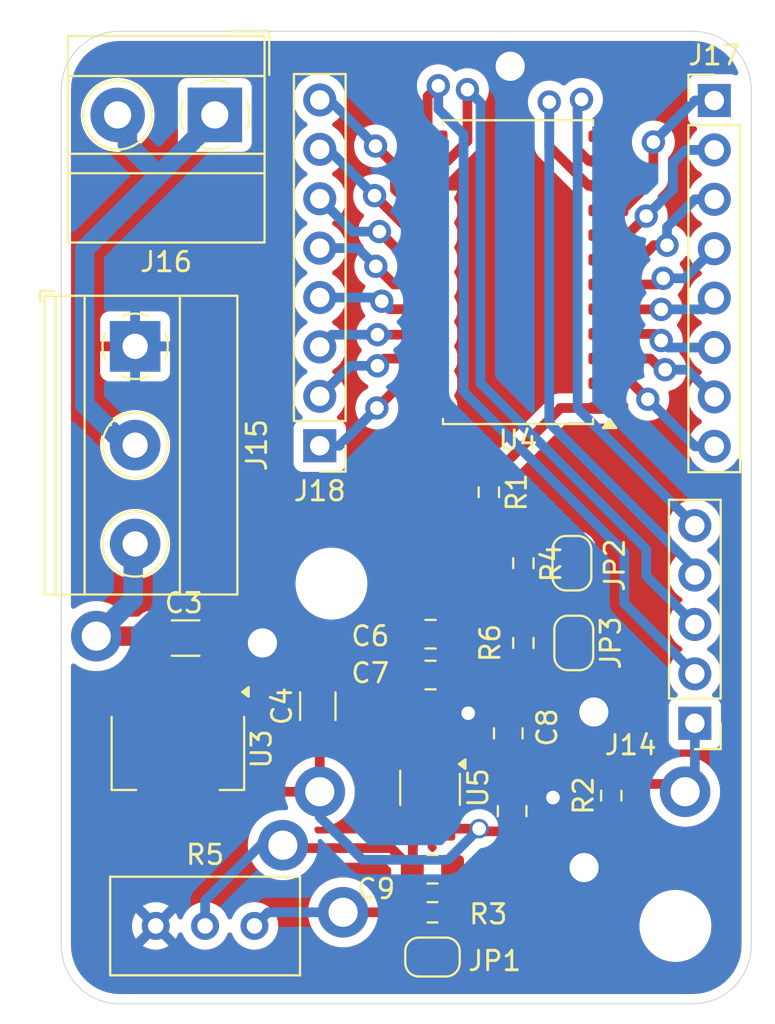
<source format=kicad_pcb>
(kicad_pcb (version 20240108) (generator "pcbnew") (generator_version "8.0")
  (layers (0 "F.Cu" signal) (31 "B.Cu" signal) (34 "B.Paste" user) (35 "F.Paste" user) (36 "B.SilkS" user "B.Silkscreen") (37 "F.SilkS" user "F.Silkscreen") (38 "B.Mask" user) (39 "F.Mask" user) (44 "Edge.Cuts" user))
  (net 0 "")
  (net 1 "+12V")
  (net 2 "GND")
  (net 3 "+5V")
  (net 4 "+3.3V")
  (net 5 "/MUX_1")
  (net 6 "/MUX_3")
  (net 7 "/MUX_0")
  (net 8 "/MUX_2")
  (net 9 "/Analog_0")
  (net 10 "Net-(U4-COM)")
  (net 11 "Net-(U5--)")
  (net 12 "Net-(JP1-B)")
  (net 13 "Net-(J18-Pin_7)")
  (net 14 "Net-(J18-Pin_8)")
  (net 15 "Net-(J18-Pin_2)")
  (net 16 "Net-(J18-Pin_4)")
  (net 17 "Net-(J18-Pin_1)")
  (net 18 "Net-(J18-Pin_5)")
  (net 19 "Net-(J18-Pin_6)")
  (net 20 "Net-(J18-Pin_3)")
  (net 21 "Net-(J17-Pin_2)")
  (net 22 "Net-(J17-Pin_4)")
  (net 23 "Net-(J17-Pin_5)")
  (net 24 "Net-(J17-Pin_3)")
  (net 25 "Net-(J17-Pin_7)")
  (net 26 "Net-(J17-Pin_8)")
  (net 27 "Net-(J17-Pin_1)")
  (net 28 "Net-(J17-Pin_6)")
  (net 29 "Net-(JP2-A)")
  (net 30 "Net-(JP2-B)")
  (footprint "Jumper:SolderJumper-2_P1.3mm_Bridged_RoundedPad1.0x1.5mm" (layer "F.Cu") (at 113.6 108.95 90)
    (property "Reference" "JP3" (at 0 1.9 90) (layer "F.SilkS"))
    (property "Value" "Solder _Bridge")
    (fp_poly (pts (xy 0.25 -0.3) (xy -0.25 -0.3) (xy -0.25 0.3) (xy 0.25 0.3)) (fill solid) (layer "F.Cu"))
    (pad "1" smd custom (at -0.65 0 90) (size 1 0.5) (layers "F.Cu" "F.Mask") (net 2 "GND") (options (clearance outline) (anchor rect)) (primitives (gr_circle (center 0 0.25) (end 0.5 0.25) (width 0) (fill yes)) (gr_circle (center 0 -0.25) (end 0.5 -0.25) (width 0) (fill yes)) (gr_poly (pts (xy 0.5 0.75) (xy 0 0.75) (xy 0 -0.75) (xy 0.5 -0.75)) (width 0) (fill yes))))
    (pad "2" smd custom (at 0.65 0 90) (size 1 0.5) (layers "F.Cu" "F.Mask") (net 29 "Net-(JP2-A)") (options (clearance outline) (anchor rect)) (primitives (gr_circle (center 0 0.25) (end 0.5 0.25) (width 0) (fill yes)) (gr_circle (center 0 -0.25) (end 0.5 -0.25) (width 0) (fill yes)) (gr_poly (pts (xy 0 0.75) (xy -0.5 0.75) (xy -0.5 -0.75) (xy 0 -0.75)) (width 0) (fill yes))))
  )
  (footprint "MountingHole:MountingHole_3.2mm_M3" (layer "F.Cu") (at 118.83 123.5)
    (property "Reference" "H4" (hide yes))
    (property "Value" "MountingHole")
    (pad "" np_thru_hole circle (at 0 0) (size 3.2 3.2) (drill 3.2) (layers "*.Cu" "*.Mask"))
  )
  (footprint "Resistor_SMD:R_0603_1608Metric_Pad0.98x0.95mm_HandSolder" (layer "F.Cu") (at 106.33 122.8 180)
    (property "Reference" "R3" (at -2.87 -0.1 180) (layer "F.SilkS"))
    (property "Value" "100k")
    (pad "1" smd roundrect (at -0.9125 0 180) (size 0.975 0.95) (layers "F.Cu" "F.Paste" "F.Mask") (net 9 "/Analog_0"))
    (pad "2" smd roundrect (at 0.9125 0 180) (size 0.975 0.95) (layers "F.Cu" "F.Paste" "F.Mask") (net 12 "Net-(JP1-B)"))
  )
  (footprint "TerminalBlock_MetzConnect:TerminalBlock_MetzConnect_Type011_RT05502HBWC_1x02_P5.00mm_Horizontal" (layer "F.Cu") (at 95.13 81.8 180)
    (property "Reference" "J16" (at 2.5 -7.56 0) (layer "F.SilkS"))
    (property "Value" "Screw_Terminal_01x02")
    (pad "1" thru_hole rect (at 0 0 180) (size 2.8 2.8) (drill 1.4) (layers "*.Cu" "*.Mask") (net 1 "+12V"))
    (pad "2" thru_hole circle (at 5 0 180) (size 2.8 2.8) (drill 1.4) (layers "*.Cu" "*.Mask") (net 1 "+12V"))
  )
  (footprint "Capacitor_SMD:C_0805_2012Metric_Pad1.18x1.45mm_HandSolder" (layer "F.Cu") (at 106.23 108.5)
    (property "Reference" "C6" (at -3.1 0.1 0) (layer "F.SilkS"))
    (property "Value" "10uF")
    (pad "1" smd roundrect (at -1.0375 0) (size 1.175 1.45) (layers "F.Cu" "F.Paste" "F.Mask") (roundrect_rratio 0.212766) (net 10 "Net-(U4-COM)"))
    (pad "2" smd roundrect (at 1.0375 0) (size 1.175 1.45) (layers "F.Cu" "F.Paste" "F.Mask") (roundrect_rratio 0.212766) (net 2 "GND"))
  )
  (footprint "Capacitor_SMD:C_1206_3216Metric" (layer "F.Cu") (at 100.43 112.2 90)
    (property "Reference" "C4" (at 0 -1.85 90) (layer "F.SilkS"))
    (property "Value" "10uF" (hide yes))
    (pad "1" smd roundrect (at -1.475 0 90) (size 1.15 1.8) (layers "F.Cu" "F.Paste" "F.Mask") (roundrect_rratio 0.217391) (net 4 "+3.3V"))
    (pad "2" smd roundrect (at 1.475 0 90) (size 1.15 1.8) (layers "F.Cu" "F.Paste" "F.Mask") (roundrect_rratio 0.217391) (net 2 "GND"))
  )
  (footprint "Resistor_SMD:R_0603_1608Metric_Pad0.98x0.95mm_HandSolder" (layer "F.Cu") (at 111.005 104.85 -90)
    (property "Reference" "R4" (at 0 -1.43 -90) (layer "F.SilkS"))
    (property "Value" "100k")
    (pad "1" smd roundrect (at -0.9125 0 270) (size 0.975 0.95) (layers "F.Cu" "F.Paste" "F.Mask") (net 30 "Net-(JP2-B)"))
    (pad "2" smd roundrect (at 0.9125 0 270) (size 0.975 0.95) (layers "F.Cu" "F.Paste" "F.Mask") (net 29 "Net-(JP2-A)"))
  )
  (footprint "Package_TO_SOT_SMD:SOT-223-3_TabPin2" (layer "F.Cu") (at 93.23 114.6 -90)
    (property "Reference" "U3" (at -0.2 -4.3 90) (layer "F.SilkS"))
    (property "Value" "AMS1117-3.3")
    (pad "1" smd roundrect (at -3.15 -2.3 270) (size 2 1.5) (layers "F.Cu" "F.Paste" "F.Mask") (net 2 "GND"))
    (pad "2" smd roundrect (at -3.15 0 270) (size 2 1.5) (layers "F.Cu" "F.Paste" "F.Mask") (net 4 "+3.3V"))
    (pad "2" smd roundrect (at 3.15 0 270) (size 2 3.8) (layers "F.Cu" "F.Paste" "F.Mask") (net 4 "+3.3V"))
    (pad "3" smd roundrect (at -3.15 2.3 270) (size 2 1.5) (layers "F.Cu" "F.Paste" "F.Mask") (net 3 "+5V"))
  )
  (footprint "Resistor_SMD:R_0603_1608Metric_Pad0.98x0.95mm_HandSolder" (layer "F.Cu") (at 109.23 101.2 -90)
    (property "Reference" "R1" (at 0 -1.43 -90) (layer "F.SilkS"))
    (property "Value" "100k")
    (pad "1" smd roundrect (at -0.9125 0 270) (size 0.975 0.95) (layers "F.Cu" "F.Paste" "F.Mask") (net 10 "Net-(U4-COM)"))
    (pad "2" smd roundrect (at 0.9125 0 270) (size 0.975 0.95) (layers "F.Cu" "F.Paste" "F.Mask") (net 30 "Net-(JP2-B)"))
  )
  (footprint "Connector_PinHeader_2.54mm:PinHeader_1x05_P2.54mm_Vertical" (layer "F.Cu") (at 119.83 113.08 180)
    (property "Reference" "J14" (at 3.3 -1.12 180) (layer "F.SilkS"))
    (property "Value" "Analog 0")
    (pad "1" thru_hole rect (at 0 0 180) (size 1.7 1.7) (drill 1) (layers "*.Cu" "*.Mask") (net 9 "/Analog_0"))
    (pad "2" thru_hole oval (at 0 2.54 180) (size 1.7 1.7) (drill 1) (layers "*.Cu" "*.Mask") (net 6 "/MUX_3"))
    (pad "3" thru_hole oval (at 0 5.08 180) (size 1.7 1.7) (drill 1) (layers "*.Cu" "*.Mask") (net 8 "/MUX_2"))
    (pad "4" thru_hole oval (at 0 7.62 180) (size 1.7 1.7) (drill 1) (layers "*.Cu" "*.Mask") (net 7 "/MUX_0"))
    (pad "5" thru_hole oval (at 0 10.16 180) (size 1.7 1.7) (drill 1) (layers "*.Cu" "*.Mask") (net 5 "/MUX_1"))
  )
  (footprint "Jumper:SolderJumper-2_P1.3mm_Bridged_RoundedPad1.0x1.5mm" (layer "F.Cu") (at 113.505 104.85 90)
    (property "Reference" "JP2" (at -0.1 2.2 90) (layer "F.SilkS"))
    (property "Value" "Solder _Bridge")
    (fp_poly (pts (xy 0.25 -0.3) (xy -0.25 -0.3) (xy -0.25 0.3) (xy 0.25 0.3)) (fill solid) (layer "F.Cu"))
    (pad "1" smd custom (at -0.65 0 90) (size 1 0.5) (layers "F.Cu" "F.Mask") (net 29 "Net-(JP2-A)") (options (clearance outline) (anchor rect)) (primitives (gr_circle (center 0 0.25) (end 0.5 0.25) (width 0) (fill yes)) (gr_circle (center 0 -0.25) (end 0.5 -0.25) (width 0) (fill yes)) (gr_poly (pts (xy 0.5 0.75) (xy 0 0.75) (xy 0 -0.75) (xy 0.5 -0.75)) (width 0) (fill yes))))
    (pad "2" smd custom (at 0.65 0 90) (size 1 0.5) (layers "F.Cu" "F.Mask") (net 30 "Net-(JP2-B)") (options (clearance outline) (anchor rect)) (primitives (gr_circle (center 0 0.25) (end 0.5 0.25) (width 0) (fill yes)) (gr_circle (center 0 -0.25) (end 0.5 -0.25) (width 0) (fill yes)) (gr_poly (pts (xy 0 0.75) (xy -0.5 0.75) (xy -0.5 -0.75) (xy 0 -0.75)) (width 0) (fill yes))))
  )
  (footprint "Resistor_SMD:R_0603_1608Metric_Pad0.98x0.95mm_HandSolder" (layer "F.Cu") (at 115.53 116.8 90)
    (property "Reference" "R2" (at 0 -1.43 90) (layer "F.SilkS"))
    (property "Value" "10k")
    (pad "1" smd roundrect (at -0.9125 0 90) (size 0.975 0.95) (layers "F.Cu" "F.Paste" "F.Mask") (net 2 "GND"))
    (pad "2" smd roundrect (at 0.9125 0 90) (size 0.975 0.95) (layers "F.Cu" "F.Paste" "F.Mask") (net 9 "/Analog_0"))
  )
  (footprint "Package_TO_SOT_SMD:TSOT-23-5_HandSoldering" (layer "F.Cu") (at 106.23 116.4 -90)
    (property "Reference" "U5" (at 0 -2.45 90) (layer "F.SilkS"))
    (property "Value" "OPA607Q1")
    (pad "1" smd roundrect (at -1.71 -0.95 270) (size 2 0.65) (layers "F.Cu" "F.Paste" "F.Mask") (net 9 "/Analog_0"))
    (pad "2" smd roundrect (at -1.71 0 270) (size 2 0.65) (layers "F.Cu" "F.Paste" "F.Mask") (net 2 "GND"))
    (pad "3" smd roundrect (at -1.71 0.95 270) (size 2 0.65) (layers "F.Cu" "F.Paste" "F.Mask") (net 10 "Net-(U4-COM)"))
    (pad "4" smd roundrect (at 1.71 0.95 270) (size 2 0.65) (layers "F.Cu" "F.Paste" "F.Mask") (net 11 "Net-(U5--)"))
    (pad "5" smd roundrect (at 1.71 -0.95 270) (size 2 0.65) (layers "F.Cu" "F.Paste" "F.Mask") (net 4 "+3.3V"))
  )
  (footprint "MountingHole:MountingHole_3.2mm_M3" (layer "F.Cu") (at 101.13 105.9)
    (property "Reference" "H5" (hide yes))
    (property "Value" "MountingHole")
    (pad "" np_thru_hole circle (at 0 0) (size 3.2 3.2) (drill 3.2) (layers "*.Cu" "*.Mask"))
  )
  (footprint "Connector_PinHeader_2.54mm:PinHeader_1x08_P2.54mm_Vertical" (layer "F.Cu") (at 120.83 81.06)
    (property "Reference" "J17" (at 0 -2.33 180) (layer "F.SilkS"))
    (property "Value" "Conn_01x08" (hide yes))
    (pad "1" thru_hole rect (at 0 0) (size 1.7 1.7) (drill 1) (layers "*.Cu" "*.Mask") (net 27 "Net-(J17-Pin_1)"))
    (pad "2" thru_hole oval (at 0 2.54) (size 1.7 1.7) (drill 1) (layers "*.Cu" "*.Mask") (net 21 "Net-(J17-Pin_2)"))
    (pad "3" thru_hole oval (at 0 5.08) (size 1.7 1.7) (drill 1) (layers "*.Cu" "*.Mask") (net 24 "Net-(J17-Pin_3)"))
    (pad "4" thru_hole oval (at 0 7.62) (size 1.7 1.7) (drill 1) (layers "*.Cu" "*.Mask") (net 22 "Net-(J17-Pin_4)"))
    (pad "5" thru_hole oval (at 0 10.16) (size 1.7 1.7) (drill 1) (layers "*.Cu" "*.Mask") (net 23 "Net-(J17-Pin_5)"))
    (pad "6" thru_hole oval (at 0 12.7) (size 1.7 1.7) (drill 1) (layers "*.Cu" "*.Mask") (net 28 "Net-(J17-Pin_6)"))
    (pad "7" thru_hole oval (at 0 15.24) (size 1.7 1.7) (drill 1) (layers "*.Cu" "*.Mask") (net 25 "Net-(J17-Pin_7)"))
    (pad "8" thru_hole oval (at 0 17.78) (size 1.7 1.7) (drill 1) (layers "*.Cu" "*.Mask") (net 26 "Net-(J17-Pin_8)"))
  )
  (footprint "Capacitor_SMD:C_0805_2012Metric_Pad1.18x1.45mm_HandSolder" (layer "F.Cu") (at 110.23 113.6 90)
    (property "Reference" "C8" (at 0.3 2 90) (layer "F.SilkS"))
    (property "Value" "10uF")
    (pad "1" smd roundrect (at -1.0375 0 90) (size 1.175 1.45) (layers "F.Cu" "F.Paste" "F.Mask") (roundrect_rratio 0.212766) (net 9 "/Analog_0"))
    (pad "2" smd roundrect (at 1.0375 0 90) (size 1.175 1.45) (layers "F.Cu" "F.Paste" "F.Mask") (roundrect_rratio 0.212766) (net 2 "GND"))
  )
  (footprint "Resistor_SMD:R_0603_1608Metric_Pad0.98x0.95mm_HandSolder" (layer "F.Cu") (at 111.005 108.95 -90)
    (property "Reference" "R6" (at 0 1.705 90) (layer "F.SilkS"))
    (property "Value" "100k")
    (pad "1" smd roundrect (at -0.9125 0 270) (size 0.975 0.95) (layers "F.Cu" "F.Paste" "F.Mask") (net 29 "Net-(JP2-A)"))
    (pad "2" smd roundrect (at 0.9125 0 270) (size 0.975 0.95) (layers "F.Cu" "F.Paste" "F.Mask") (net 2 "GND"))
  )
  (footprint "Connector_PinHeader_2.54mm:PinHeader_1x08_P2.54mm_Vertical" (layer "F.Cu") (at 100.53 98.81 180)
    (property "Reference" "J18" (at 0 -2.33 180) (layer "F.SilkS"))
    (property "Value" "Conn_01x08")
    (pad "1" thru_hole rect (at 0 0 180) (size 1.7 1.7) (drill 1) (layers "*.Cu" "*.Mask") (net 17 "Net-(J18-Pin_1)"))
    (pad "2" thru_hole oval (at 0 2.54 180) (size 1.7 1.7) (drill 1) (layers "*.Cu" "*.Mask") (net 15 "Net-(J18-Pin_2)"))
    (pad "3" thru_hole oval (at 0 5.08 180) (size 1.7 1.7) (drill 1) (layers "*.Cu" "*.Mask") (net 20 "Net-(J18-Pin_3)"))
    (pad "4" thru_hole oval (at 0 7.62 180) (size 1.7 1.7) (drill 1) (layers "*.Cu" "*.Mask") (net 16 "Net-(J18-Pin_4)"))
    (pad "5" thru_hole oval (at 0 10.16 180) (size 1.7 1.7) (drill 1) (layers "*.Cu" "*.Mask") (net 18 "Net-(J18-Pin_5)"))
    (pad "6" thru_hole oval (at 0 12.7 180) (size 1.7 1.7) (drill 1) (layers "*.Cu" "*.Mask") (net 19 "Net-(J18-Pin_6)"))
    (pad "7" thru_hole oval (at 0 15.24 180) (size 1.7 1.7) (drill 1) (layers "*.Cu" "*.Mask") (net 13 "Net-(J18-Pin_7)"))
    (pad "8" thru_hole oval (at 0 17.78 180) (size 1.7 1.7) (drill 1) (layers "*.Cu" "*.Mask") (net 14 "Net-(J18-Pin_8)"))
  )
  (footprint "TerminalBlock_Phoenix:TerminalBlock_Phoenix_MKDS-1,5-3-5.08_1x03_P5.08mm_Horizontal" (layer "F.Cu") (at 91.03 93.7 -90)
    (property "Reference" "J15" (at 5.08 -6.26 90) (layer "F.SilkS"))
    (property "Value" "Screw_Terminal_01x04")
    (pad "1" thru_hole rect (at 0 0 270) (size 2.6 2.6) (drill 1.3) (layers "*.Cu" "*.Mask") (net 2 "GND"))
    (pad "2" thru_hole circle (at 5.08 0 270) (size 2.6 2.6) (drill 1.3) (layers "*.Cu" "*.Mask") (net 1 "+12V"))
    (pad "3" thru_hole circle (at 10.16 0 270) (size 2.6 2.6) (drill 1.3) (layers "*.Cu" "*.Mask") (net 3 "+5V"))
  )
  (footprint "Potentiometer_THT:Potentiometer_Bourns_3296W_Vertical" (layer "F.Cu") (at 97.17 123.5)
    (property "Reference" "R5" (at -2.54 -3.66 0) (layer "F.SilkS"))
    (property "Value" "R_Trim")
    (pad "1" thru_hole circle (at 0 0) (size 1.44 1.44) (drill 0.8) (layers "*.Cu" "*.Mask") (net 12 "Net-(JP1-B)"))
    (pad "2" thru_hole circle (at -2.54 0) (size 1.44 1.44) (drill 0.8) (layers "*.Cu" "*.Mask") (net 11 "Net-(U5--)"))
    (pad "3" thru_hole circle (at -5.08 0) (size 1.44 1.44) (drill 0.8) (layers "*.Cu" "*.Mask") (net 2 "GND"))
  )
  (footprint "Package_SO:SOIC-24W_7.5x15.4mm_P1.27mm" (layer "F.Cu") (at 110.73 89.885 180)
    (property "Reference" "U4" (at 0 -8.65 0) (layer "F.SilkS"))
    (property "Value" "CD74HCT4067QM96Q")
    (pad "1" smd roundrect (at -4.65 -6.985 180) (size 2.05 0.6) (layers "F.Cu" "F.Paste" "F.Mask") (net 10 "Net-(U4-COM)"))
    (pad "2" smd roundrect (at -4.65 -5.715 180) (size 2.05 0.6) (layers "F.Cu" "F.Paste" "F.Mask") (net 26 "Net-(J17-Pin_8)"))
    (pad "3" smd roundrect (at -4.65 -4.445 180) (size 2.05 0.6) (layers "F.Cu" "F.Paste" "F.Mask") (net 25 "Net-(J17-Pin_7)"))
    (pad "4" smd roundrect (at -4.65 -3.175 180) (size 2.05 0.6) (layers "F.Cu" "F.Paste" "F.Mask") (net 28 "Net-(J17-Pin_6)"))
    (pad "5" smd roundrect (at -4.65 -1.905 180) (size 2.05 0.6) (layers "F.Cu" "F.Paste" "F.Mask") (net 23 "Net-(J17-Pin_5)"))
    (pad "6" smd roundrect (at -4.65 -0.635 180) (size 2.05 0.6) (layers "F.Cu" "F.Paste" "F.Mask") (net 22 "Net-(J17-Pin_4)"))
    (pad "7" smd roundrect (at -4.65 0.635 180) (size 2.05 0.6) (layers "F.Cu" "F.Paste" "F.Mask") (net 24 "Net-(J17-Pin_3)"))
    (pad "8" smd roundrect (at -4.65 1.905 180) (size 2.05 0.6) (layers "F.Cu" "F.Paste" "F.Mask") (net 21 "Net-(J17-Pin_2)"))
    (pad "9" smd roundrect (at -4.65 3.175 180) (size 2.05 0.6) (layers "F.Cu" "F.Paste" "F.Mask") (net 27 "Net-(J17-Pin_1)"))
    (pad "10" smd roundrect (at -4.65 4.445 180) (size 2.05 0.6) (layers "F.Cu" "F.Paste" "F.Mask") (net 7 "/MUX_0"))
    (pad "11" smd roundrect (at -4.65 5.715 180) (size 2.05 0.6) (layers "F.Cu" "F.Paste" "F.Mask") (net 5 "/MUX_1"))
    (pad "12" smd roundrect (at -4.65 6.985 180) (size 2.05 0.6) (layers "F.Cu" "F.Paste" "F.Mask") (net 2 "GND"))
    (pad "13" smd roundrect (at 4.65 6.985 180) (size 2.05 0.6) (layers "F.Cu" "F.Paste" "F.Mask") (net 6 "/MUX_3"))
    (pad "14" smd roundrect (at 4.65 5.715 180) (size 2.05 0.6) (layers "F.Cu" "F.Paste" "F.Mask") (net 8 "/MUX_2"))
    (pad "15" smd roundrect (at 4.65 4.445 180) (size 2.05 0.6) (layers "F.Cu" "F.Paste" "F.Mask") (net 2 "GND"))
    (pad "16" smd roundrect (at 4.65 3.175 180) (size 2.05 0.6) (layers "F.Cu" "F.Paste" "F.Mask") (net 14 "Net-(J18-Pin_8)"))
    (pad "17" smd roundrect (at 4.65 1.905 180) (size 2.05 0.6) (layers "F.Cu" "F.Paste" "F.Mask") (net 13 "Net-(J18-Pin_7)"))
    (pad "18" smd roundrect (at 4.65 0.635 180) (size 2.05 0.6) (layers "F.Cu" "F.Paste" "F.Mask") (net 19 "Net-(J18-Pin_6)"))
    (pad "19" smd roundrect (at 4.65 -0.635 180) (size 2.05 0.6) (layers "F.Cu" "F.Paste" "F.Mask") (net 18 "Net-(J18-Pin_5)"))
    (pad "20" smd roundrect (at 4.65 -1.905 180) (size 2.05 0.6) (layers "F.Cu" "F.Paste" "F.Mask") (net 16 "Net-(J18-Pin_4)"))
    (pad "21" smd roundrect (at 4.65 -3.175 180) (size 2.05 0.6) (layers "F.Cu" "F.Paste" "F.Mask") (net 20 "Net-(J18-Pin_3)"))
    (pad "22" smd roundrect (at 4.65 -4.445 180) (size 2.05 0.6) (layers "F.Cu" "F.Paste" "F.Mask") (net 15 "Net-(J18-Pin_2)"))
    (pad "23" smd roundrect (at 4.65 -5.715 180) (size 2.05 0.6) (layers "F.Cu" "F.Paste" "F.Mask") (net 17 "Net-(J18-Pin_1)"))
    (pad "24" smd roundrect (at 4.65 -6.985 180) (size 2.05 0.6) (layers "F.Cu" "F.Paste" "F.Mask") (net 3 "+5V"))
  )
  (footprint "Jumper:SolderJumper-2_P1.3mm_Bridged_RoundedPad1.0x1.5mm" (layer "F.Cu") (at 106.33 125.1 180)
    (property "Reference" "JP1" (at -3.2 -0.2 0) (layer "F.SilkS"))
    (property "Value" "Solder _Bridge")
    (fp_poly (pts (xy 0.25 -0.3) (xy -0.25 -0.3) (xy -0.25 0.3) (xy 0.25 0.3)) (fill solid) (layer "F.Cu"))
    (pad "1" smd custom (at -0.65 0 180) (size 1 0.5) (layers "F.Cu" "F.Mask") (net 9 "/Analog_0") (options (clearance outline) (anchor rect)) (primitives (gr_circle (center 0 0.25) (end 0.5 0.25) (width 0) (fill yes)) (gr_circle (center 0 -0.25) (end 0.5 -0.25) (width 0) (fill yes)) (gr_poly (pts (xy 0.5 0.75) (xy 0 0.75) (xy 0 -0.75) (xy 0.5 -0.75)) (width 0) (fill yes))))
    (pad "2" smd custom (at 0.65 0 180) (size 1 0.5) (layers "F.Cu" "F.Mask") (net 12 "Net-(JP1-B)") (options (clearance outline) (anchor rect)) (primitives (gr_circle (center 0 0.25) (end 0.5 0.25) (width 0) (fill yes)) (gr_circle (center 0 -0.25) (end 0.5 -0.25) (width 0) (fill yes)) (gr_poly (pts (xy 0 0.75) (xy -0.5 0.75) (xy -0.5 -0.75) (xy 0 -0.75)) (width 0) (fill yes))))
  )
  (footprint "Capacitor_SMD:C_1206_3216Metric" (layer "F.Cu") (at 93.63 108.7)
    (property "Reference" "C3" (at -0.1 -1.8 0) (layer "F.SilkS"))
    (property "Value" "10uF")
    (pad "1" smd roundrect (at -1.475 0) (size 1.15 1.8) (layers "F.Cu" "F.Paste" "F.Mask") (roundrect_rratio 0.217391) (net 3 "+5V"))
    (pad "2" smd roundrect (at 1.475 0) (size 1.15 1.8) (layers "F.Cu" "F.Paste" "F.Mask") (roundrect_rratio 0.217391) (net 2 "GND"))
  )
  (footprint "Capacitor_SMD:C_0805_2012Metric_Pad1.18x1.45mm_HandSolder" (layer "F.Cu") (at 110.43 117.6 -90)
    (property "Reference" "C5" (hide yes))
    (property "Value" "100nF")
    (pad "1" smd roundrect (at -1.0375 0 270) (size 1.175 1.45) (layers "F.Cu" "F.Paste" "F.Mask") (roundrect_rratio 0.212766) (net 2 "GND"))
    (pad "2" smd roundrect (at 1.0375 0 270) (size 1.175 1.45) (layers "F.Cu" "F.Paste" "F.Mask") (roundrect_rratio 0.212766) (net 4 "+3.3V"))
  )
  (footprint "Capacitor_SMD:C_0805_2012Metric_Pad1.18x1.45mm_HandSolder" (layer "F.Cu") (at 106.33 120.584886)
    (property "Reference" "C9" (at -2.9 1.015114 0) (layer "F.SilkS"))
    (property "Value" "1pF")
    (pad "1" smd roundrect (at -1.0375 0) (size 1.175 1.45) (layers "F.Cu" "F.Paste" "F.Mask") (roundrect_rratio 0.212766) (net 11 "Net-(U5--)"))
    (pad "2" smd roundrect (at 1.0375 0) (size 1.175 1.45) (layers "F.Cu" "F.Paste" "F.Mask") (roundrect_rratio 0.212766) (net 9 "/Analog_0"))
  )
  (footprint "Capacitor_SMD:C_0805_2012Metric_Pad1.18x1.45mm_HandSolder" (layer "F.Cu") (at 106.23 110.6)
    (property "Reference" "C7" (at -3.1 -0.1 0) (layer "F.SilkS"))
    (property "Value" "100nF")
    (pad "1" smd roundrect (at -1.0375 0) (size 1.175 1.45) (layers "F.Cu" "F.Paste" "F.Mask") (roundrect_rratio 0.212766) (net 10 "Net-(U4-COM)"))
    (pad "2" smd roundrect (at 1.0375 0) (size 1.175 1.45) (layers "F.Cu" "F.Paste" "F.Mask") (roundrect_rratio 0.212766) (net 2 "GND"))
  )
  (gr_line (start 90.23 77.5) (end 119.73 77.5) (stroke (width 0.05)) (layer "Edge.Cuts"))
  (gr_line (start 87.23 124.5) (end 87.23 80.5) (stroke (width 0.05)) (layer "Edge.Cuts"))
  (gr_arc (start 90.23 127.5) (mid 88.10868 126.62132) (end 87.23 124.5) (stroke (width 0.05)) (layer "Edge.Cuts"))
  (gr_arc (start 87.23 80.5) (mid 88.10868 78.37868) (end 90.23 77.5) (stroke (width 0.05)) (layer "Edge.Cuts"))
  (gr_line (start 122.73 80.5) (end 122.73 124.5) (stroke (width 0.05)) (layer "Edge.Cuts"))
  (gr_line (start 119.73 127.5) (end 90.23 127.5) (stroke (width 0.05)) (layer "Edge.Cuts"))
  (gr_arc (start 122.73 124.5) (mid 121.85132 126.62132) (end 119.73 127.5) (stroke (width 0.05)) (layer "Edge.Cuts"))
  (gr_arc (start 119.73 77.5) (mid 121.85132 78.37868) (end 122.73 80.5) (stroke (width 0.05)) (layer "Edge.Cuts"))
  (segment (start 90.63 83.3) (end 90.63 81.05) (width 1) (layer "B.Cu") (net 1))
  (segment (start 88.43 96.68) (end 88.43 88.7) (width 1) (layer "B.Cu") (net 1))
  (segment (start 95.63 81.5) (end 92.23 84.9) (width 1) (layer "B.Cu") (net 1))
  (segment (start 90.73 98.98) (end 88.43 96.68) (width 1) (layer "B.Cu") (net 1))
  (segment (start 88.43 88.7) (end 92.23 84.9) (width 1) (layer "B.Cu") (net 1))
  (segment (start 92.23 84.9) (end 90.63 83.3) (width 1) (layer "B.Cu") (net 1))
  (segment (start 98.655 108.95) (end 100.43 110.725) (width 0.5) (layer "F.Cu") (net 2))
  (segment (start 108.1675 112.5625) (end 110.33 112.5625) (width 0.5) (layer "F.Cu") (net 2))
  (segment (start 112.43 116.8) (end 112.1925 116.5625) (width 0.5) (layer "F.Cu") (net 2))
  (segment (start 108.1675 112.5625) (end 107.436792 112.5625) (width 0.5) (layer "F.Cu") (net 2))
  (segment (start 115 79.3) (end 115.7 80) (width 0.5) (layer "F.Cu") (net 2))
  (segment (start 111.005 110.35) (end 111.005 109.95) (width 0.5) (layer "F.Cu") (net 2))
  (segment (start 115.7 82.58) (end 115.38 82.9) (width 0.5) (layer "F.Cu") (net 2))
  (segment (start 111.355 109.6) (end 113.605 109.6) (width 0.5) (layer "F.Cu") (net 2))
  (segment (start 110.03 80.1) (end 110.03 82.514999) (width 0.5) (layer "F.Cu") (net 2))
  (segment (start 112.1925 116.5625) (end 110.43 116.5625) (width 0.5) (layer "F.Cu") (net 2))
  (segment (start 110.33 79.3) (end 115 79.3) (width 0.5) (layer "F.Cu") (net 2))
  (segment (start 115.53 119.1) (end 115.53 117.8) (width 0.5) (layer "F.Cu") (net 2))
  (segment (start 106.23 113.769292) (end 106.23 114.69) (width 0.5) (layer "F.Cu") (net 2))
  (segment (start 115.7 80) (end 115.7 82.58) (width 0.5) (layer "F.Cu") (net 2))
  (segment (start 111.005 109.95) (end 111.355 109.6) (width 0.5) (layer "F.Cu") (net 2))
  (segment (start 110.33 79.3) (end 110.33 79.8) (width 0.5) (layer "F.Cu") (net 2))
  (segment (start 97.33 108.7) (end 95.105 108.7) (width 0.5) (layer "F.Cu") (net 2))
  (segment (start 110.03 82.514999) (end 107.104999 85.44) (width 0.5) (layer "F.Cu") (net 2))
  (segment (start 113.155 112.5) (end 111.005 110.35) (width 0.5) (layer "F.Cu") (net 2))
  (segment (start 110.33 79.8) (end 110.03 80.1) (width 0.5) (layer "F.Cu") (net 2))
  (segment (start 108.1675 111.5) (end 107.2675 110.6) (width 0.5) (layer "F.Cu") (net 2))
  (segment (start 108.1675 112.5625) (end 108.1675 111.5) (width 0.5) (layer "F.Cu") (net 2))
  (segment (start 114.13 120.5) (end 115.53 119.1) (width 0.5) (layer "F.Cu") (net 2))
  (segment (start 97.58 108.95) (end 95.53 111) (width 0.5) (layer "F.Cu") (net 2))
  (segment (start 114.63 112.5) (end 113.155 112.5) (width 0.5) (layer "F.Cu") (net 2))
  (segment (start 107.104999 85.44) (end 106.08 85.44) (width 0.5) (layer "F.Cu") (net 2))
  (segment (start 97.58 108.95) (end 98.655 108.95) (width 0.5) (layer "F.Cu") (net 2))
  (segment (start 97.58 108.95) (end 97.33 108.7) (width 0.5) (layer "F.Cu") (net 2))
  (segment (start 107.436792 112.5625) (end 106.23 113.769292) (width 0.5) (layer "F.Cu") (net 2))
  (segment (start 107.2675 110.6) (end 107.2675 108.5) (width 0.5) (layer "F.Cu") (net 2))
  (via (at 108.1675 112.5625) (size 1.2) (drill 0.7) (layers "F.Cu" "B.Cu") (net 2))
  (via (at 114.13 120.5) (size 2.6) (drill 1.5) (layers "F.Cu" "B.Cu") (net 2))
  (via (at 110.33 79.3) (size 2.6) (drill 1.5) (layers "F.Cu" "B.Cu") (net 2))
  (via (at 114.63 112.5) (size 2.6) (drill 1.5) (layers "F.Cu" "B.Cu") (net 2))
  (via (at 97.58 108.95) (size 2.6) (drill 1.5) (layers "F.Cu" "B.Cu") (net 2))
  (via (at 112.53 116.9) (size 1) (drill 0.7) (layers "F.Cu" "B.Cu") (net 2))
  (segment (start 92.155 108.7) (end 98.755 102.1) (width 0.5) (layer "F.Cu") (net 3))
  (segment (start 104 102.1) (end 106.08 100.02) (width 0.5) (layer "F.Cu") (net 3))
  (segment (start 106.08 100.02) (end 106.08 96.87) (width 0.5) (layer "F.Cu") (net 3))
  (segment (start 98.755 102.1) (end 104 102.1) (width 0.5) (layer "F.Cu") (net 3))
  (segment (start 92.055 108.6) (end 89.03 108.6) (width 1) (layer "F.Cu") (net 3))
  (segment (start 90.93 109.925) (end 92.155 108.7) (width 1) (layer "F.Cu") (net 3))
  (segment (start 92.155 108.7) (end 92.055 108.6) (width 1) (layer "F.Cu") (net 3))
  (segment (start 90.93 111.45) (end 90.93 109.925) (width 1) (layer "F.Cu") (net 3))
  (via (at 89.03 108.6) (size 2.6) (drill 1.5) (layers "F.Cu" "B.Cu") (net 3))
  (segment (start 90.93 106.7) (end 90.93 104.26) (width 1) (layer "B.Cu") (net 3))
  (segment (start 89.03 108.6) (end 90.93 106.7) (width 1) (layer "B.Cu") (net 3))
  (segment (start 108.73 118.5) (end 108.8675 118.6375) (width 0.5) (layer "F.Cu") (net 4))
  (segment (start 100.53 115.7) (end 100.53 113.775) (width 0.5) (layer "F.Cu") (net 4))
  (segment (start 108.73 118.5) (end 107.57 118.5) (width 0.5) (layer "F.Cu") (net 4))
  (segment (start 93.23 111.45) (end 93.23 117.75) (width 0.5) (layer "F.Cu") (net 4))
  (segment (start 107.57 118.5) (end 107.18 118.11) (width 0.5) (layer "F.Cu") (net 4))
  (segment (start 94.38 116.6) (end 93.38 117.6) (width 0.5) (layer "F.Cu") (net 4))
  (segment (start 108.8675 118.6375) (end 110.43 118.6375) (width 0.5) (layer "F.Cu") (net 4))
  (segment (start 100.53 116.6) (end 100.53 115.7) (width 0.5) (layer "F.Cu") (net 4))
  (segment (start 100.53 116.6) (end 94.38 116.6) (width 0.5) (layer "F.Cu") (net 4))
  (via (at 100.53 116.6) (size 2.6) (drill 1.5) (layers "F.Cu" "B.Cu") (net 4))
  (via (at 108.73 118.5) (size 1) (drill 0.7) (layers "F.Cu" "B.Cu") (net 4))
  (segment (start 108.73 118.5) (end 107.13 120.1) (width 0.5) (layer "B.Cu") (net 4))
  (segment (start 107.13 120.1) (end 102.73 120.1) (width 0.5) (layer "B.Cu") (net 4))
  (segment (start 100.53 117.9) (end 100.53 116.6) (width 0.5) (layer "B.Cu") (net 4))
  (segment (start 102.73 120.1) (end 100.53 117.9) (width 0.5) (layer "B.Cu") (net 4))
  (segment (start 114.37 84.17) (end 114.984448 84.17) (width 0.5) (layer "F.Cu") (net 5))
  (segment (start 113.794532 81.205468) (end 113.794532 83.594532) (width 0.5) (layer "F.Cu") (net 5))
  (segment (start 114 81) (end 113.794532 81.205468) (width 0.5) (layer "F.Cu") (net 5))
  (segment (start 113.794532 83.594532) (end 114.37 84.17) (width 0.5) (layer "F.Cu") (net 5))
  (via (at 114 81) (size 1.2) (drill 0.7) (layers "F.Cu" "B.Cu") (net 5))
  (segment (start 114 81) (end 113.8 81.2) (width 0.5) (layer "B.Cu") (net 5))
  (segment (start 113.8 81.2) (end 113.8 96.89) (width 0.5) (layer "B.Cu") (net 5))
  (segment (start 113.8 96.89) (end 119.83 102.92) (width 0.5) (layer "B.Cu") (net 5))
  (segment (start 106.63 80.3) (end 106.08 80.85) (width 0.5) (layer "F.Cu") (net 6))
  (segment (start 106.08 80.85) (end 106.08 82.9) (width 0.5) (layer "F.Cu") (net 6))
  (via (at 106.63 80.3) (size 1.2) (drill 0.7) (layers "F.Cu" "B.Cu") (net 6))
  (segment (start 106.63 81.5) (end 107.93 82.8) (width 0.5) (layer "B.Cu") (net 6))
  (segment (start 116.2 106.91) (end 119.83 110.54) (width 0.5) (layer "B.Cu") (net 6))
  (segment (start 107.93 82.8) (end 107.93 96.03) (width 0.5) (layer "B.Cu") (net 6))
  (segment (start 116.2 104.3) (end 116.2 106.91) (width 0.5) (layer "B.Cu") (net 6))
  (segment (start 106.63 80.3) (end 106.63 81.5) (width 0.5) (layer "B.Cu") (net 6))
  (segment (start 107.93 96.03) (end 116.2 104.3) (width 0.5) (layer "B.Cu") (net 6))
  (segment (start 112.337927 81.139298) (end 112.337927 83.422926) (width 0.5) (layer "F.Cu") (net 7))
  (segment (start 114.355001 85.44) (end 115.38 85.44) (width 0.5) (layer "F.Cu") (net 7))
  (segment (start 112.337927 83.422926) (end 114.355001 85.44) (width 0.5) (layer "F.Cu") (net 7))
  (via (at 112.337927 81.139298) (size 1.2) (drill 0.7) (layers "F.Cu" "B.Cu") (net 7))
  (segment (start 112.337927 81.139298) (end 112.337927 97.637927) (width 0.5) (layer "B.Cu") (net 7))
  (segment (start 112.337927 97.637927) (end 119.83 105.13) (width 0.5) (layer "B.Cu") (net 7))
  (segment (start 119.83 105.13) (end 119.83 105.46) (width 0.5) (layer "B.Cu") (net 7))
  (segment (start 108.13 83.144999) (end 107.104999 84.17) (width 0.5) (layer "F.Cu") (net 8))
  (segment (start 108.13 80.5) (end 108.13 83.144999) (width 0.5) (layer "F.Cu") (net 8))
  (segment (start 107.104999 84.17) (end 106.08 84.17) (width 0.5) (layer "F.Cu") (net 8))
  (via (at 108.13 80.5) (size 1.2) (drill 0.7) (layers "F.Cu" "B.Cu") (net 8))
  (segment (start 108.13 80.5) (end 108.8 81.17) (width 0.5) (layer "B.Cu") (net 8))
  (segment (start 108.8 95.6) (end 117.33 104.13) (width 0.5) (layer "B.Cu") (net 8))
  (segment (start 117.33 104.13) (end 117.33 105.5) (width 0.5) (layer "B.Cu") (net 8))
  (segment (start 117.33 105.5) (end 119.83 108) (width 0.5) (layer "B.Cu") (net 8))
  (segment (start 108.8 81.17) (end 108.8 95.6) (width 0.5) (layer "B.Cu") (net 8))
  (segment (start 119.33 116.6) (end 118.93 116.2) (width 0.5) (layer "F.Cu") (net 9))
  (segment (start 114.3325 114.69) (end 115.53 115.8875) (width 0.5) (layer "F.Cu") (net 9))
  (segment (start 107.18 114.69) (end 114.3325 114.69) (width 0.5) (layer "F.Cu") (net 9))
  (segment (start 110.03 120.584886) (end 109.545114 120.584886) (width 0.5) (layer "F.Cu") (net 9))
  (segment (start 107.394209 120.584886) (end 110.832614 120.584886) (width 0.5) (layer "F.Cu") (net 9))
  (segment (start 110.832614 120.584886) (end 115.53 115.8875) (width 0.5) (layer "F.Cu") (net 9))
  (segment (start 109.545114 120.584886) (end 107.33 122.8) (width 0.5) (layer "F.Cu") (net 9))
  (segment (start 107.33 122.8) (end 107.33 124.75) (width 0.5) (layer "F.Cu") (net 9))
  (segment (start 118.93 116.2) (end 115.8425 116.2) (width 0.5) (layer "F.Cu") (net 9))
  (segment (start 107.33 124.75) (end 106.98 125.1) (width 0.5) (layer "F.Cu") (net 9))
  (segment (start 115.8425 116.2) (end 115.53 115.8875) (width 0.5) (layer "F.Cu") (net 9))
  (via (at 119.33 116.6) (size 2.6) (drill 1.5) (layers "F.Cu" "B.Cu") (net 9))
  (segment (start 119.83 116.1) (end 119.83 113.08) (width 0.5) (layer "B.Cu") (net 9))
  (segment (start 119.33 116.6) (end 119.83 116.1) (width 0.5) (layer "B.Cu") (net 9))
  (segment (start 108.33 100.2) (end 105.28 103.25) (width 0.5) (layer "F.Cu") (net 10))
  (segment (start 115.38 96.87) (end 112.892854 96.87) (width 0.5) (layer "F.Cu") (net 10))
  (segment (start 109.6 100.2) (end 108.33 100.2) (width 0.5) (layer "F.Cu") (net 10))
  (segment (start 112.93 96.87) (end 109.6 100.2) (width 0.5) (layer "F.Cu") (net 10))
  (segment (start 105.28 103.25) (end 105.28 114.69) (width 0.5) (layer "F.Cu") (net 10))
  (segment (start 105.33 119.4) (end 105.319209 119.410791) (width 0.5) (layer "F.Cu") (net 11))
  (segment (start 98.63 119.35) (end 98.78 119.5) (width 0.5) (layer "F.Cu") (net 11))
  (segment (start 98.78 119.5) (end 104.207614 119.5) (width 0.5) (layer "F.Cu") (net 11))
  (segment (start 105.33 118.16) (end 105.33 119.4) (width 0.5) (layer "F.Cu") (net 11))
  (segment (start 105.319209 119.410791) (end 105.319209 120.584886) (width 0.5) (layer "F.Cu") (net 11))
  (segment (start 104.207614 119.5) (end 105.2925 120.584886) (width 0.5) (layer "F.Cu") (net 11))
  (via (at 98.63 119.35) (size 2.6) (drill 1.5) (layers "F.Cu" "B.Cu") (net 11))
  (segment (start 97.48 119.35) (end 94.63 122.2) (width 0.5) (layer "B.Cu") (net 11))
  (segment (start 98.63 119.35) (end 97.48 119.35) (width 0.5) (layer "B.Cu") (net 11))
  (segment (start 94.63 122.2) (end 94.63 123.5) (width 0.5) (layer "B.Cu") (net 11))
  (segment (start 105.4 122.8175) (end 105.4175 122.8) (width 0.5) (layer "F.Cu") (net 12))
  (segment (start 105.68 125.1) (end 105.4 124.82) (width 0.5) (layer "F.Cu") (net 12))
  (segment (start 105.4 124.82) (end 105.4 122.8175) (width 0.5) (layer "F.Cu") (net 12))
  (segment (start 105.33 122.8) (end 101.73 122.8) (width 0.5) (layer "F.Cu") (net 12))
  (via (at 101.73 122.8) (size 2.6) (drill 1.5) (layers "F.Cu" "B.Cu") (net 12))
  (segment (start 97.87 122.8) (end 97.17 123.5) (width 0.5) (layer "B.Cu") (net 12))
  (segment (start 101.73 122.8) (end 97.87 122.8) (width 0.5) (layer "B.Cu") (net 12))
  (segment (start 105.38 87.98) (end 105.61 87.98) (width 0.5) (layer "F.Cu") (net 13))
  (segment (start 103.35 85.95) (end 105.38 87.98) (width 0.5) (layer "F.Cu") (net 13))
  (via (at 103.35 85.95) (size 1.2) (drill 0.7) (layers "F.Cu" "B.Cu") (net 13))
  (segment (start 103.35 85.95) (end 100.97 83.57) (width 0.5) (layer "B.Cu") (net 13))
  (segment (start 100.97 83.57) (end 100.53 83.57) (width 0.5) (layer "B.Cu") (net 13))
  (segment (start 105.472316 86.71) (end 105.595 86.71) (width 0.5) (layer "F.Cu") (net 14))
  (segment (start 103.4 83.4) (end 104.4 84.4) (width 0.5) (layer "F.Cu") (net 14))
  (segment (start 104.4 84.4) (end 104.4 85.637684) (width 0.5) (layer "F.Cu") (net 14))
  (segment (start 104.4 85.637684) (end 105.472316 86.71) (width 0.5) (layer "F.Cu") (net 14))
  (via (at 103.4 83.4) (size 1.2) (drill 0.7) (layers "F.Cu" "B.Cu") (net 14))
  (segment (start 103.4 83.4) (end 101.03 81.03) (width 0.5) (layer "B.Cu") (net 14))
  (segment (start 101.03 81.03) (end 100.53 81.03) (width 0.5) (layer "B.Cu") (net 14))
  (segment (start 103.5 94.7) (end 103.87 94.33) (width 0.5) (layer "F.Cu") (net 15))
  (segment (start 103.87 94.33) (end 106.08 94.33) (width 0.5) (layer "F.Cu") (net 15))
  (via (at 103.5 94.7) (size 1.2) (drill 0.7) (layers "F.Cu" "B.Cu") (net 15))
  (segment (start 102.1 94.7) (end 100.53 96.27) (width 0.5) (layer "B.Cu") (net 15))
  (segment (start 103.5 94.7) (end 102.1 94.7) (width 0.5) (layer "B.Cu") (net 15))
  (segment (start 104.12 91.79) (end 104.075 91.745) (width 0.5) (layer "F.Cu") (net 16))
  (segment (start 106.08 91.79) (end 104.12 91.79) (width 0.5) (layer "F.Cu") (net 16))
  (via (at 103.72 91.38) (size 1.2) (drill 0.7) (layers "F.Cu" "B.Cu") (net 16))
  (segment (start 104.075 91.745) (end 104.075 91.735) (width 0.5) (layer "B.Cu") (net 16))
  (segment (start 104.075 91.735) (end 103.53 91.19) (width 0.5) (layer "B.Cu") (net 16))
  (segment (start 103.53 91.19) (end 100.53 91.19) (width 0.5) (layer "B.Cu") (net 16))
  (segment (start 104.74 95.6) (end 106.08 95.6) (width 0.5) (layer "F.Cu") (net 17))
  (segment (start 103.47 96.87) (end 104.74 95.6) (width 0.5) (layer "F.Cu") (net 17))
  (via (at 103.47 96.87) (size 1.2) (drill 0.7) (layers "F.Cu" "B.Cu") (net 17))
  (segment (start 101.53 98.81) (end 100.53 98.81) (width 0.5) (layer "B.Cu") (net 17))
  (segment (start 103.47 96.87) (end 101.53 98.81) (width 0.5) (layer "B.Cu") (net 17))
  (segment (start 104.35 90.52) (end 103.415 89.585) (width 0.5) (layer "F.Cu") (net 18))
  (segment (start 106.08 90.52) (end 104.35 90.52) (width 0.5) (layer "F.Cu") (net 18))
  (via (at 103.415 89.585) (size 1.2) (drill 0.7) (layers "F.Cu" "B.Cu") (net 18))
  (segment (start 103.415 89.585) (end 102.48 88.65) (width 0.5) (layer "B.Cu") (net 18))
  (segment (start 102.48 88.65) (end 100.53 88.65) (width 0.5) (layer "B.Cu") (net 18))
  (segment (start 103.6 87.8) (end 105.05 89.25) (width 0.5) (layer "F.Cu") (net 19))
  (segment (start 105.05 89.25) (end 106.08 89.25) (width 0.5) (layer "F.Cu") (net 19))
  (via (at 103.6 87.8) (size 1.2) (drill 0.7) (layers "F.Cu" "B.Cu") (net 19))
  (segment (start 100.53 86.11) (end 102.22 87.8) (width 0.5) (layer "B.Cu") (net 19))
  (segment (start 102.22 87.8) (end 103.6 87.8) (width 0.5) (layer "B.Cu") (net 19))
  (segment (start 104.03 93.1) (end 106.04 93.1) (width 0.5) (layer "F.Cu") (net 20))
  (via (at 103.5 93.1) (size 1.2) (drill 0.7) (layers "F.Cu" "B.Cu") (net 20))
  (segment (start 100.53 93.73) (end 101.16 93.1) (width 0.5) (layer "B.Cu") (net 20))
  (segment (start 101.16 93.1) (end 104.03 93.1) (width 0.5) (layer "B.Cu") (net 20))
  (segment (start 116.35 87.98) (end 115.38 87.98) (width 0.5) (layer "F.Cu") (net 21))
  (segment (start 117.33 87) (end 116.35 87.98) (width 0.5) (layer "F.Cu") (net 21))
  (via (at 117.33 87) (size 1.2) (drill 0.7) (layers "F.Cu" "B.Cu") (net 21))
  (segment (start 118.7 85.63) (end 118.7 84.245075) (width 0.5) (layer "B.Cu") (net 21))
  (segment (start 119.345075 83.6) (end 120.83 83.6) (width 0.5) (layer "B.Cu") (net 21))
  (segment (start 118.7 84.245075) (end 119.345075 83.6) (width 0.5) (layer "B.Cu") (net 21))
  (segment (start 117.33 87) (end 118.7 85.63) (width 0.5) (layer "B.Cu") (net 21))
  (segment (start 118.2 90.2) (end 117.88 90.52) (width 0.5) (layer "F.Cu") (net 22))
  (segment (start 117.88 90.52) (end 115.38 90.52) (width 0.5) (layer "F.Cu") (net 22))
  (via (at 118.2 90.2) (size 1.2) (drill 0.7) (layers "F.Cu" "B.Cu") (net 22))
  (segment (start 118.2 90.2) (end 119.31 90.2) (width 0.5) (layer "B.Cu") (net 22))
  (segment (start 119.31 90.2) (end 120.83 88.68) (width 0.5) (layer "B.Cu") (net 22))
  (segment (start 118.1 91.8) (end 115.39 91.8) (width 0.5) (layer "F.Cu") (net 23))
  (via (at 118.1 91.8) (size 1.2) (drill 0.7) (layers "F.Cu" "B.Cu") (net 23))
  (segment (start 120.25 91.8) (end 120.83 91.22) (width 0.5) (layer "B.Cu") (net 23))
  (segment (start 118.1 91.8) (end 120.25 91.8) (width 0.5) (layer "B.Cu") (net 23))
  (segment (start 117.715075 88.5) (end 116.965075 89.25) (width 0.5) (layer "F.Cu") (net 24))
  (segment (start 116.965075 89.25) (end 115.38 89.25) (width 0.5) (layer "F.Cu") (net 24))
  (segment (start 118.4 88.5) (end 117.715075 88.5) (width 0.5) (layer "F.Cu") (net 24))
  (via (at 118.4 88.5) (size 1.2) (drill 0.7) (layers "F.Cu" "B.Cu") (net 24))
  (segment (start 118.4 88.5) (end 118.4 87.57) (width 0.5) (layer "B.Cu") (net 24))
  (segment (start 119.83 86.14) (end 120.83 86.14) (width 0.5) (layer "B.Cu") (net 24))
  (segment (start 118.4 87.57) (end 119.83 86.14) (width 0.5) (layer "B.Cu") (net 24))
  (segment (start 118.3 94.9) (end 118.115075 94.9) (width 0.5) (layer "F.Cu") (net 25))
  (segment (start 118.115075 94.9) (end 117.545075 94.33) (width 0.5) (layer "F.Cu") (net 25))
  (segment (start 117.545075 94.33) (end 115.38 94.33) (width 0.5) (layer "F.Cu") (net 25))
  (via (at 118.3 94.9) (size 1.2) (drill 0.7) (layers "F.Cu" "B.Cu") (net 25))
  (segment (start 118.3 94.9) (end 119.43 94.9) (width 0.5) (layer "B.Cu") (net 25))
  (segment (start 119.43 94.9) (end 120.83 96.3) (width 0.5) (layer "B.Cu") (net 25))
  (segment (start 115.38 95.6) (end 116.59 95.6) (width 0.5) (layer "F.Cu") (net 26))
  (segment (start 116.59 95.6) (end 117.41 96.42) (width 0.5) (layer "F.Cu") (net 26))
  (via (at 117.41 96.42) (size 1.2) (drill 0.7) (layers "F.Cu" "B.Cu") (net 26))
  (segment (start 119.83 98.84) (end 120.83 98.84) (width 0.5) (layer "B.Cu") (net 26))
  (segment (start 117.41 96.42) (end 119.83 98.84) (width 0.5) (layer "B.Cu") (net 26))
  (segment (start 116.09 86.71) (end 115.38 86.71) (width 0.5) (layer "F.Cu") (net 27))
  (segment (start 117.695 85.105) (end 116.09 86.71) (width 0.5) (layer "F.Cu") (net 27))
  (segment (start 117.695 83.195) (end 117.695 85.105) (width 0.5) (layer "F.Cu") (net 27))
  (via (at 117.695 83.195) (size 1.2) (drill 0.7) (layers "F.Cu" "B.Cu") (net 27))
  (segment (start 117.695 83.195) (end 119.83 81.06) (width 0.5) (layer "B.Cu") (net 27))
  (segment (start 119.83 81.06) (end 120.83 81.06) (width 0.5) (layer "B.Cu") (net 27))
  (segment (start 117.76 93.06) (end 115.38 93.06) (width 0.5) (layer "F.Cu") (net 28))
  (segment (start 118.1 93.4) (end 117.76 93.06) (width 0.5) (layer "F.Cu") (net 28))
  (via (at 118.1 93.4) (size 1.2) (drill 0.7) (layers "F.Cu" "B.Cu") (net 28))
  (segment (start 118.46 93.76) (end 120.83 93.76) (width 0.5) (layer "B.Cu") (net 28))
  (segment (start 118.1 93.4) (end 118.46 93.76) (width 0.5) (layer "B.Cu") (net 28))
  (segment (start 111.005 108.0375) (end 111.0425 108) (width 0.5) (layer "F.Cu") (net 29))
  (segment (start 111.005 105.7625) (end 111.2675 105.5) (width 0.5) (layer "F.Cu") (net 29))
  (segment (start 111.005 108.0375) (end 111.005 105.7625) (width 0.5) (layer "F.Cu") (net 29))
  (segment (start 111.0425 108) (end 113.305 108) (width 0.5) (layer "F.Cu") (net 29))
  (segment (start 113.305 108) (end 113.605 108.3) (width 0.5) (layer "F.Cu") (net 29))
  (segment (start 111.2675 105.5) (end 113.505 105.5) (width 0.5) (layer "F.Cu") (net 29))
  (segment (start 111.005 103.9375) (end 113.2425 103.9375) (width 0.5) (layer "F.Cu") (net 30))
  (segment (start 113.2425 103.9375) (end 113.505 104.2) (width 0.5) (layer "F.Cu") (net 30))
  (segment (start 109.23 102.1125) (end 111.005 103.8875) (width 0.5) (layer "F.Cu") (net 30))
  (zone (net 2) (net_name "GND") (layer "F.Cu") (priority 1) (connect_pads (clearance 0.5)) (min_thickness 0.25) (fill yes (thermal_gap 0.5) (thermal_bridge_width 0.5))
    (polygon (pts (xy 87.23 127.5) (xy 122.7 127.44) (xy 122.7 77.44) (xy 87.23 77.5)))
  )
  (zone (net 0) (net_name "") (layer "F.Cu") (connect_pads (clearance 0)) (min_thickness 0.25)
    (keepout (tracks allowed) (vias allowed) (pads allowed) (copperpour not_allowed) (footprints allowed))
    (fill (thermal_gap 0.5) (thermal_bridge_width 0.5))
    (polygon (pts (xy 111.4575 107.3) (xy 111.735 109.099998) (xy 114.85 109.099998) (xy 114.85 107.3)))
  )
  (zone (net 2) (net_name "GND") (layer "B.Cu") (priority 1) (connect_pads (clearance 0.5)) (min_thickness 0.25) (fill yes (thermal_gap 0.5) (thermal_bridge_width 0.5))
    (polygon (pts (xy 87.23 127.5) (xy 122.7 127.44) (xy 122.7 77.44) (xy 87.23 77.5)))
  )
)
</source>
